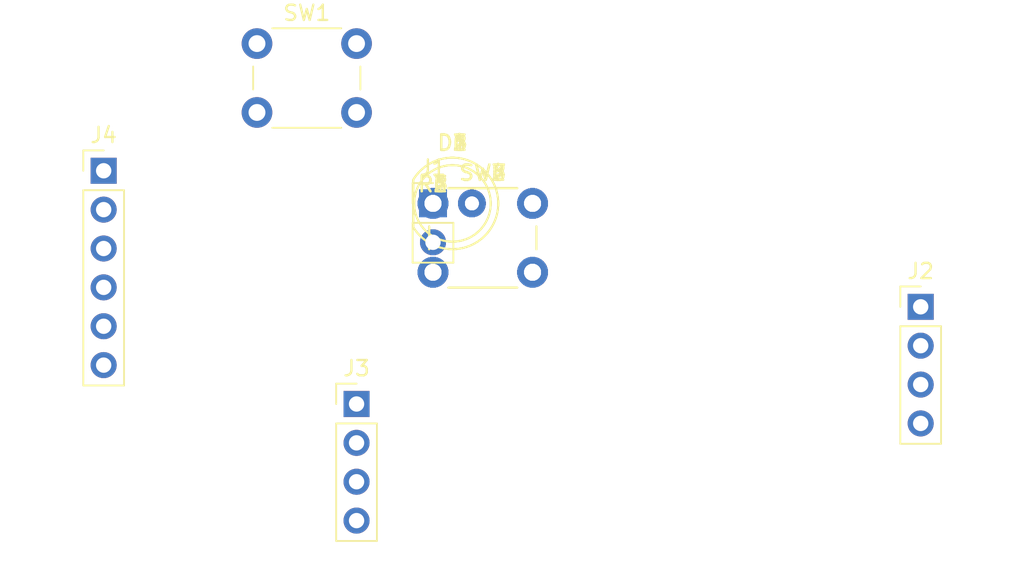
<source format=kicad_pcb>
(kicad_pcb (version 4) (host pcbnew 4.0.7)

  (general
    (links 50)
    (no_connects 27)
    (area 0 0 0 0)
    (thickness 1.6)
    (drawings 0)
    (tracks 0)
    (zones 0)
    (modules 24)
    (nets 23)
  )

  (page A4)
  (layers
    (0 F.Cu signal)
    (31 B.Cu signal)
    (32 B.Adhes user)
    (33 F.Adhes user)
    (34 B.Paste user)
    (35 F.Paste user)
    (36 B.SilkS user)
    (37 F.SilkS user)
    (38 B.Mask user)
    (39 F.Mask user)
    (40 Dwgs.User user)
    (41 Cmts.User user)
    (42 Eco1.User user)
    (43 Eco2.User user)
    (44 Edge.Cuts user)
    (45 Margin user)
    (46 B.CrtYd user)
    (47 F.CrtYd user)
    (48 B.Fab user)
    (49 F.Fab user)
  )

  (setup
    (last_trace_width 0.25)
    (trace_clearance 0.2)
    (zone_clearance 0.508)
    (zone_45_only no)
    (trace_min 0.2)
    (segment_width 0.2)
    (edge_width 0.15)
    (via_size 0.6)
    (via_drill 0.4)
    (via_min_size 0.4)
    (via_min_drill 0.3)
    (uvia_size 0.3)
    (uvia_drill 0.1)
    (uvias_allowed no)
    (uvia_min_size 0.2)
    (uvia_min_drill 0.1)
    (pcb_text_width 0.3)
    (pcb_text_size 1.5 1.5)
    (mod_edge_width 0.15)
    (mod_text_size 1 1)
    (mod_text_width 0.15)
    (pad_size 1.524 1.524)
    (pad_drill 0.762)
    (pad_to_mask_clearance 0.2)
    (aux_axis_origin 0 0)
    (visible_elements FFFFFF7F)
    (pcbplotparams
      (layerselection 0x00030_80000001)
      (usegerberextensions false)
      (excludeedgelayer true)
      (linewidth 0.100000)
      (plotframeref false)
      (viasonmask false)
      (mode 1)
      (useauxorigin false)
      (hpglpennumber 1)
      (hpglpenspeed 20)
      (hpglpendiameter 15)
      (hpglpenoverlay 2)
      (psnegative false)
      (psa4output false)
      (plotreference true)
      (plotvalue true)
      (plotinvisibletext false)
      (padsonsilk false)
      (subtractmaskfromsilk false)
      (outputformat 1)
      (mirror false)
      (drillshape 1)
      (scaleselection 1)
      (outputdirectory ""))
  )

  (net 0 "")
  (net 1 "Net-(D1-Pad1)")
  (net 2 "Net-(D1-Pad2)")
  (net 3 "Net-(D2-Pad2)")
  (net 4 "Net-(D3-Pad2)")
  (net 5 "Net-(D4-Pad1)")
  (net 6 "Net-(D4-Pad2)")
  (net 7 "Net-(D5-Pad1)")
  (net 8 "Net-(D6-Pad1)")
  (net 9 "Net-(J2-Pad1)")
  (net 10 "Net-(J2-Pad2)")
  (net 11 "Net-(J2-Pad3)")
  (net 12 "Net-(J2-Pad4)")
  (net 13 "Net-(J3-Pad1)")
  (net 14 "Net-(J3-Pad2)")
  (net 15 "Net-(J3-Pad3)")
  (net 16 "Net-(J3-Pad4)")
  (net 17 "Net-(J4-Pad1)")
  (net 18 "Net-(J4-Pad2)")
  (net 19 "Net-(J4-Pad3)")
  (net 20 "Net-(J4-Pad4)")
  (net 21 "Net-(J4-Pad5)")
  (net 22 "Net-(J4-Pad6)")

  (net_class Default 这是默认网络组.
    (clearance 0.2)
    (trace_width 0.25)
    (via_dia 0.6)
    (via_drill 0.4)
    (uvia_dia 0.3)
    (uvia_drill 0.1)
    (add_net "Net-(D1-Pad1)")
    (add_net "Net-(D1-Pad2)")
    (add_net "Net-(D2-Pad2)")
    (add_net "Net-(D3-Pad2)")
    (add_net "Net-(D4-Pad1)")
    (add_net "Net-(D4-Pad2)")
    (add_net "Net-(D5-Pad1)")
    (add_net "Net-(D6-Pad1)")
    (add_net "Net-(J2-Pad1)")
    (add_net "Net-(J2-Pad2)")
    (add_net "Net-(J2-Pad3)")
    (add_net "Net-(J2-Pad4)")
    (add_net "Net-(J3-Pad1)")
    (add_net "Net-(J3-Pad2)")
    (add_net "Net-(J3-Pad3)")
    (add_net "Net-(J3-Pad4)")
    (add_net "Net-(J4-Pad1)")
    (add_net "Net-(J4-Pad2)")
    (add_net "Net-(J4-Pad3)")
    (add_net "Net-(J4-Pad4)")
    (add_net "Net-(J4-Pad5)")
    (add_net "Net-(J4-Pad6)")
  )

  (module LEDs:LED_D5.0mm (layer F.Cu) (tedit 5995936A) (tstamp 59D3B713)
    (at 148.5011 105.0036)
    (descr "LED, diameter 5.0mm, 2 pins, http://cdn-reichelt.de/documents/datenblatt/A500/LL-504BC2E-009.pdf")
    (tags "LED diameter 5.0mm 2 pins")
    (path /59D3AE6F)
    (fp_text reference D1 (at 1.27 -3.96) (layer F.SilkS)
      (effects (font (size 1 1) (thickness 0.15)))
    )
    (fp_text value LED (at 1.27 3.96) (layer F.Fab)
      (effects (font (size 1 1) (thickness 0.15)))
    )
    (fp_arc (start 1.27 0) (end -1.23 -1.469694) (angle 299.1) (layer F.Fab) (width 0.1))
    (fp_arc (start 1.27 0) (end -1.29 -1.54483) (angle 148.9) (layer F.SilkS) (width 0.12))
    (fp_arc (start 1.27 0) (end -1.29 1.54483) (angle -148.9) (layer F.SilkS) (width 0.12))
    (fp_circle (center 1.27 0) (end 3.77 0) (layer F.Fab) (width 0.1))
    (fp_circle (center 1.27 0) (end 3.77 0) (layer F.SilkS) (width 0.12))
    (fp_line (start -1.23 -1.469694) (end -1.23 1.469694) (layer F.Fab) (width 0.1))
    (fp_line (start -1.29 -1.545) (end -1.29 1.545) (layer F.SilkS) (width 0.12))
    (fp_line (start -1.95 -3.25) (end -1.95 3.25) (layer F.CrtYd) (width 0.05))
    (fp_line (start -1.95 3.25) (end 4.5 3.25) (layer F.CrtYd) (width 0.05))
    (fp_line (start 4.5 3.25) (end 4.5 -3.25) (layer F.CrtYd) (width 0.05))
    (fp_line (start 4.5 -3.25) (end -1.95 -3.25) (layer F.CrtYd) (width 0.05))
    (fp_text user %R (at 1.25 0) (layer F.Fab)
      (effects (font (size 0.8 0.8) (thickness 0.2)))
    )
    (pad 1 thru_hole rect (at 0 0) (size 1.8 1.8) (drill 0.9) (layers *.Cu *.Mask)
      (net 1 "Net-(D1-Pad1)"))
    (pad 2 thru_hole circle (at 2.54 0) (size 1.8 1.8) (drill 0.9) (layers *.Cu *.Mask)
      (net 2 "Net-(D1-Pad2)"))
    (model ${KISYS3DMOD}/LEDs.3dshapes/LED_D5.0mm.wrl
      (at (xyz 0 0 0))
      (scale (xyz 0.393701 0.393701 0.393701))
      (rotate (xyz 0 0 0))
    )
  )

  (module LEDs:LED_D5.0mm (layer F.Cu) (tedit 5995936A) (tstamp 59D3B719)
    (at 148.5011 105.0036)
    (descr "LED, diameter 5.0mm, 2 pins, http://cdn-reichelt.de/documents/datenblatt/A500/LL-504BC2E-009.pdf")
    (tags "LED diameter 5.0mm 2 pins")
    (path /59D3AED3)
    (fp_text reference D2 (at 1.27 -3.96) (layer F.SilkS)
      (effects (font (size 1 1) (thickness 0.15)))
    )
    (fp_text value LED (at 1.27 3.96) (layer F.Fab)
      (effects (font (size 1 1) (thickness 0.15)))
    )
    (fp_arc (start 1.27 0) (end -1.23 -1.469694) (angle 299.1) (layer F.Fab) (width 0.1))
    (fp_arc (start 1.27 0) (end -1.29 -1.54483) (angle 148.9) (layer F.SilkS) (width 0.12))
    (fp_arc (start 1.27 0) (end -1.29 1.54483) (angle -148.9) (layer F.SilkS) (width 0.12))
    (fp_circle (center 1.27 0) (end 3.77 0) (layer F.Fab) (width 0.1))
    (fp_circle (center 1.27 0) (end 3.77 0) (layer F.SilkS) (width 0.12))
    (fp_line (start -1.23 -1.469694) (end -1.23 1.469694) (layer F.Fab) (width 0.1))
    (fp_line (start -1.29 -1.545) (end -1.29 1.545) (layer F.SilkS) (width 0.12))
    (fp_line (start -1.95 -3.25) (end -1.95 3.25) (layer F.CrtYd) (width 0.05))
    (fp_line (start -1.95 3.25) (end 4.5 3.25) (layer F.CrtYd) (width 0.05))
    (fp_line (start 4.5 3.25) (end 4.5 -3.25) (layer F.CrtYd) (width 0.05))
    (fp_line (start 4.5 -3.25) (end -1.95 -3.25) (layer F.CrtYd) (width 0.05))
    (fp_text user %R (at 1.25 0) (layer F.Fab)
      (effects (font (size 0.8 0.8) (thickness 0.2)))
    )
    (pad 1 thru_hole rect (at 0 0) (size 1.8 1.8) (drill 0.9) (layers *.Cu *.Mask)
      (net 1 "Net-(D1-Pad1)"))
    (pad 2 thru_hole circle (at 2.54 0) (size 1.8 1.8) (drill 0.9) (layers *.Cu *.Mask)
      (net 3 "Net-(D2-Pad2)"))
    (model ${KISYS3DMOD}/LEDs.3dshapes/LED_D5.0mm.wrl
      (at (xyz 0 0 0))
      (scale (xyz 0.393701 0.393701 0.393701))
      (rotate (xyz 0 0 0))
    )
  )

  (module LEDs:LED_D5.0mm (layer F.Cu) (tedit 5995936A) (tstamp 59D3B71F)
    (at 148.5011 105.0036)
    (descr "LED, diameter 5.0mm, 2 pins, http://cdn-reichelt.de/documents/datenblatt/A500/LL-504BC2E-009.pdf")
    (tags "LED diameter 5.0mm 2 pins")
    (path /59D3AF4B)
    (fp_text reference D3 (at 1.27 -3.96) (layer F.SilkS)
      (effects (font (size 1 1) (thickness 0.15)))
    )
    (fp_text value LED (at 1.27 3.96) (layer F.Fab)
      (effects (font (size 1 1) (thickness 0.15)))
    )
    (fp_arc (start 1.27 0) (end -1.23 -1.469694) (angle 299.1) (layer F.Fab) (width 0.1))
    (fp_arc (start 1.27 0) (end -1.29 -1.54483) (angle 148.9) (layer F.SilkS) (width 0.12))
    (fp_arc (start 1.27 0) (end -1.29 1.54483) (angle -148.9) (layer F.SilkS) (width 0.12))
    (fp_circle (center 1.27 0) (end 3.77 0) (layer F.Fab) (width 0.1))
    (fp_circle (center 1.27 0) (end 3.77 0) (layer F.SilkS) (width 0.12))
    (fp_line (start -1.23 -1.469694) (end -1.23 1.469694) (layer F.Fab) (width 0.1))
    (fp_line (start -1.29 -1.545) (end -1.29 1.545) (layer F.SilkS) (width 0.12))
    (fp_line (start -1.95 -3.25) (end -1.95 3.25) (layer F.CrtYd) (width 0.05))
    (fp_line (start -1.95 3.25) (end 4.5 3.25) (layer F.CrtYd) (width 0.05))
    (fp_line (start 4.5 3.25) (end 4.5 -3.25) (layer F.CrtYd) (width 0.05))
    (fp_line (start 4.5 -3.25) (end -1.95 -3.25) (layer F.CrtYd) (width 0.05))
    (fp_text user %R (at 1.25 0) (layer F.Fab)
      (effects (font (size 0.8 0.8) (thickness 0.2)))
    )
    (pad 1 thru_hole rect (at 0 0) (size 1.8 1.8) (drill 0.9) (layers *.Cu *.Mask)
      (net 1 "Net-(D1-Pad1)"))
    (pad 2 thru_hole circle (at 2.54 0) (size 1.8 1.8) (drill 0.9) (layers *.Cu *.Mask)
      (net 4 "Net-(D3-Pad2)"))
    (model ${KISYS3DMOD}/LEDs.3dshapes/LED_D5.0mm.wrl
      (at (xyz 0 0 0))
      (scale (xyz 0.393701 0.393701 0.393701))
      (rotate (xyz 0 0 0))
    )
  )

  (module LEDs:LED_D5.0mm (layer F.Cu) (tedit 5995936A) (tstamp 59D3B725)
    (at 148.5011 105.0036)
    (descr "LED, diameter 5.0mm, 2 pins, http://cdn-reichelt.de/documents/datenblatt/A500/LL-504BC2E-009.pdf")
    (tags "LED diameter 5.0mm 2 pins")
    (path /59D3AF96)
    (fp_text reference D4 (at 1.27 -3.96) (layer F.SilkS)
      (effects (font (size 1 1) (thickness 0.15)))
    )
    (fp_text value LED (at 1.27 3.96) (layer F.Fab)
      (effects (font (size 1 1) (thickness 0.15)))
    )
    (fp_arc (start 1.27 0) (end -1.23 -1.469694) (angle 299.1) (layer F.Fab) (width 0.1))
    (fp_arc (start 1.27 0) (end -1.29 -1.54483) (angle 148.9) (layer F.SilkS) (width 0.12))
    (fp_arc (start 1.27 0) (end -1.29 1.54483) (angle -148.9) (layer F.SilkS) (width 0.12))
    (fp_circle (center 1.27 0) (end 3.77 0) (layer F.Fab) (width 0.1))
    (fp_circle (center 1.27 0) (end 3.77 0) (layer F.SilkS) (width 0.12))
    (fp_line (start -1.23 -1.469694) (end -1.23 1.469694) (layer F.Fab) (width 0.1))
    (fp_line (start -1.29 -1.545) (end -1.29 1.545) (layer F.SilkS) (width 0.12))
    (fp_line (start -1.95 -3.25) (end -1.95 3.25) (layer F.CrtYd) (width 0.05))
    (fp_line (start -1.95 3.25) (end 4.5 3.25) (layer F.CrtYd) (width 0.05))
    (fp_line (start 4.5 3.25) (end 4.5 -3.25) (layer F.CrtYd) (width 0.05))
    (fp_line (start 4.5 -3.25) (end -1.95 -3.25) (layer F.CrtYd) (width 0.05))
    (fp_text user %R (at 1.25 0) (layer F.Fab)
      (effects (font (size 0.8 0.8) (thickness 0.2)))
    )
    (pad 1 thru_hole rect (at 0 0) (size 1.8 1.8) (drill 0.9) (layers *.Cu *.Mask)
      (net 5 "Net-(D4-Pad1)"))
    (pad 2 thru_hole circle (at 2.54 0) (size 1.8 1.8) (drill 0.9) (layers *.Cu *.Mask)
      (net 6 "Net-(D4-Pad2)"))
    (model ${KISYS3DMOD}/LEDs.3dshapes/LED_D5.0mm.wrl
      (at (xyz 0 0 0))
      (scale (xyz 0.393701 0.393701 0.393701))
      (rotate (xyz 0 0 0))
    )
  )

  (module LEDs:LED_D5.0mm (layer F.Cu) (tedit 5995936A) (tstamp 59D3B72B)
    (at 148.5011 105.0036)
    (descr "LED, diameter 5.0mm, 2 pins, http://cdn-reichelt.de/documents/datenblatt/A500/LL-504BC2E-009.pdf")
    (tags "LED diameter 5.0mm 2 pins")
    (path /59D3AFEE)
    (fp_text reference D5 (at 1.27 -3.96) (layer F.SilkS)
      (effects (font (size 1 1) (thickness 0.15)))
    )
    (fp_text value LED (at 1.27 3.96) (layer F.Fab)
      (effects (font (size 1 1) (thickness 0.15)))
    )
    (fp_arc (start 1.27 0) (end -1.23 -1.469694) (angle 299.1) (layer F.Fab) (width 0.1))
    (fp_arc (start 1.27 0) (end -1.29 -1.54483) (angle 148.9) (layer F.SilkS) (width 0.12))
    (fp_arc (start 1.27 0) (end -1.29 1.54483) (angle -148.9) (layer F.SilkS) (width 0.12))
    (fp_circle (center 1.27 0) (end 3.77 0) (layer F.Fab) (width 0.1))
    (fp_circle (center 1.27 0) (end 3.77 0) (layer F.SilkS) (width 0.12))
    (fp_line (start -1.23 -1.469694) (end -1.23 1.469694) (layer F.Fab) (width 0.1))
    (fp_line (start -1.29 -1.545) (end -1.29 1.545) (layer F.SilkS) (width 0.12))
    (fp_line (start -1.95 -3.25) (end -1.95 3.25) (layer F.CrtYd) (width 0.05))
    (fp_line (start -1.95 3.25) (end 4.5 3.25) (layer F.CrtYd) (width 0.05))
    (fp_line (start 4.5 3.25) (end 4.5 -3.25) (layer F.CrtYd) (width 0.05))
    (fp_line (start 4.5 -3.25) (end -1.95 -3.25) (layer F.CrtYd) (width 0.05))
    (fp_text user %R (at 1.25 0) (layer F.Fab)
      (effects (font (size 0.8 0.8) (thickness 0.2)))
    )
    (pad 1 thru_hole rect (at 0 0) (size 1.8 1.8) (drill 0.9) (layers *.Cu *.Mask)
      (net 7 "Net-(D5-Pad1)"))
    (pad 2 thru_hole circle (at 2.54 0) (size 1.8 1.8) (drill 0.9) (layers *.Cu *.Mask)
      (net 6 "Net-(D4-Pad2)"))
    (model ${KISYS3DMOD}/LEDs.3dshapes/LED_D5.0mm.wrl
      (at (xyz 0 0 0))
      (scale (xyz 0.393701 0.393701 0.393701))
      (rotate (xyz 0 0 0))
    )
  )

  (module LEDs:LED_D5.0mm (layer F.Cu) (tedit 5995936A) (tstamp 59D3B731)
    (at 148.5011 105.0036)
    (descr "LED, diameter 5.0mm, 2 pins, http://cdn-reichelt.de/documents/datenblatt/A500/LL-504BC2E-009.pdf")
    (tags "LED diameter 5.0mm 2 pins")
    (path /59D3B049)
    (fp_text reference D6 (at 1.27 -3.96) (layer F.SilkS)
      (effects (font (size 1 1) (thickness 0.15)))
    )
    (fp_text value LED (at 1.27 3.96) (layer F.Fab)
      (effects (font (size 1 1) (thickness 0.15)))
    )
    (fp_arc (start 1.27 0) (end -1.23 -1.469694) (angle 299.1) (layer F.Fab) (width 0.1))
    (fp_arc (start 1.27 0) (end -1.29 -1.54483) (angle 148.9) (layer F.SilkS) (width 0.12))
    (fp_arc (start 1.27 0) (end -1.29 1.54483) (angle -148.9) (layer F.SilkS) (width 0.12))
    (fp_circle (center 1.27 0) (end 3.77 0) (layer F.Fab) (width 0.1))
    (fp_circle (center 1.27 0) (end 3.77 0) (layer F.SilkS) (width 0.12))
    (fp_line (start -1.23 -1.469694) (end -1.23 1.469694) (layer F.Fab) (width 0.1))
    (fp_line (start -1.29 -1.545) (end -1.29 1.545) (layer F.SilkS) (width 0.12))
    (fp_line (start -1.95 -3.25) (end -1.95 3.25) (layer F.CrtYd) (width 0.05))
    (fp_line (start -1.95 3.25) (end 4.5 3.25) (layer F.CrtYd) (width 0.05))
    (fp_line (start 4.5 3.25) (end 4.5 -3.25) (layer F.CrtYd) (width 0.05))
    (fp_line (start 4.5 -3.25) (end -1.95 -3.25) (layer F.CrtYd) (width 0.05))
    (fp_text user %R (at 1.25 0) (layer F.Fab)
      (effects (font (size 0.8 0.8) (thickness 0.2)))
    )
    (pad 1 thru_hole rect (at 0 0) (size 1.8 1.8) (drill 0.9) (layers *.Cu *.Mask)
      (net 8 "Net-(D6-Pad1)"))
    (pad 2 thru_hole circle (at 2.54 0) (size 1.8 1.8) (drill 0.9) (layers *.Cu *.Mask)
      (net 6 "Net-(D4-Pad2)"))
    (model ${KISYS3DMOD}/LEDs.3dshapes/LED_D5.0mm.wrl
      (at (xyz 0 0 0))
      (scale (xyz 0.393701 0.393701 0.393701))
      (rotate (xyz 0 0 0))
    )
  )

  (module obj-89:Pin_Header_Straight_1x02_Pitch2.54mm (layer F.Cu) (tedit 59D3B528) (tstamp 59D3B737)
    (at 148.5011 105.0036)
    (descr "Through hole straight pin header, 1x02, 2.54mm pitch, single row")
    (tags "Through hole pin header THT 1x02 2.54mm single row")
    (path /59D3C79F)
    (fp_text reference J1 (at 0 -2.33) (layer F.SilkS)
      (effects (font (size 1 1) (thickness 0.15)))
    )
    (fp_text value Power (at 0 4.87) (layer F.Fab)
      (effects (font (size 1 1) (thickness 0.15)))
    )
    (fp_line (start -0.635 -1.27) (end 1.27 -1.27) (layer F.Fab) (width 0.1))
    (fp_line (start 1.27 -1.27) (end 1.27 3.81) (layer F.Fab) (width 0.1))
    (fp_line (start 1.27 3.81) (end -1.27 3.81) (layer F.Fab) (width 0.1))
    (fp_line (start -1.27 3.81) (end -1.27 -0.635) (layer F.Fab) (width 0.1))
    (fp_line (start -1.27 -0.635) (end -0.635 -1.27) (layer F.Fab) (width 0.1))
    (fp_line (start -1.33 3.87) (end 1.33 3.87) (layer F.SilkS) (width 0.12))
    (fp_line (start -1.33 1.27) (end -1.33 3.87) (layer F.SilkS) (width 0.12))
    (fp_line (start 1.33 1.27) (end 1.33 3.87) (layer F.SilkS) (width 0.12))
    (fp_line (start -1.33 1.27) (end 1.33 1.27) (layer F.SilkS) (width 0.12))
    (fp_line (start -1.33 0) (end -1.33 -1.33) (layer F.SilkS) (width 0.12))
    (fp_line (start -1.33 -1.33) (end 0 -1.33) (layer F.SilkS) (width 0.12))
    (fp_line (start -1.8 -1.8) (end -1.8 4.35) (layer F.CrtYd) (width 0.05))
    (fp_line (start -1.8 4.35) (end 1.8 4.35) (layer F.CrtYd) (width 0.05))
    (fp_line (start 1.8 4.35) (end 1.8 -1.8) (layer F.CrtYd) (width 0.05))
    (fp_line (start 1.8 -1.8) (end -1.8 -1.8) (layer F.CrtYd) (width 0.05))
    (fp_text user %R (at 0 1.27 90) (layer F.Fab)
      (effects (font (size 1 1) (thickness 0.15)))
    )
    (pad + thru_hole rect (at 0 0) (size 1.7 1.7) (drill 1) (layers *.Cu *.Mask)
      (net 6 "Net-(D4-Pad2)"))
    (pad - thru_hole oval (at 0 2.54) (size 1.7 1.7) (drill 1) (layers *.Cu *.Mask)
      (net 1 "Net-(D1-Pad1)"))
    (model ${KISYS3DMOD}/Pin_Headers.3dshapes/Pin_Header_Straight_1x02_Pitch2.54mm.wrl
      (at (xyz 0 0 0))
      (scale (xyz 1 1 1))
      (rotate (xyz 0 0 0))
    )
  )

  (module Pin_Headers:Pin_Header_Straight_1x04_Pitch2.54mm (layer F.Cu) (tedit 59650532) (tstamp 59D3B73F)
    (at 180.34 111.76)
    (descr "Through hole straight pin header, 1x04, 2.54mm pitch, single row")
    (tags "Through hole pin header THT 1x04 2.54mm single row")
    (path /59D3FAC4)
    (fp_text reference J2 (at 0 -2.33) (layer F.SilkS)
      (effects (font (size 1 1) (thickness 0.15)))
    )
    (fp_text value Conn_01x04_Male (at 0 9.95) (layer F.Fab)
      (effects (font (size 1 1) (thickness 0.15)))
    )
    (fp_line (start -0.635 -1.27) (end 1.27 -1.27) (layer F.Fab) (width 0.1))
    (fp_line (start 1.27 -1.27) (end 1.27 8.89) (layer F.Fab) (width 0.1))
    (fp_line (start 1.27 8.89) (end -1.27 8.89) (layer F.Fab) (width 0.1))
    (fp_line (start -1.27 8.89) (end -1.27 -0.635) (layer F.Fab) (width 0.1))
    (fp_line (start -1.27 -0.635) (end -0.635 -1.27) (layer F.Fab) (width 0.1))
    (fp_line (start -1.33 8.95) (end 1.33 8.95) (layer F.SilkS) (width 0.12))
    (fp_line (start -1.33 1.27) (end -1.33 8.95) (layer F.SilkS) (width 0.12))
    (fp_line (start 1.33 1.27) (end 1.33 8.95) (layer F.SilkS) (width 0.12))
    (fp_line (start -1.33 1.27) (end 1.33 1.27) (layer F.SilkS) (width 0.12))
    (fp_line (start -1.33 0) (end -1.33 -1.33) (layer F.SilkS) (width 0.12))
    (fp_line (start -1.33 -1.33) (end 0 -1.33) (layer F.SilkS) (width 0.12))
    (fp_line (start -1.8 -1.8) (end -1.8 9.4) (layer F.CrtYd) (width 0.05))
    (fp_line (start -1.8 9.4) (end 1.8 9.4) (layer F.CrtYd) (width 0.05))
    (fp_line (start 1.8 9.4) (end 1.8 -1.8) (layer F.CrtYd) (width 0.05))
    (fp_line (start 1.8 -1.8) (end -1.8 -1.8) (layer F.CrtYd) (width 0.05))
    (fp_text user %R (at 0 3.81 90) (layer F.Fab)
      (effects (font (size 1 1) (thickness 0.15)))
    )
    (pad 1 thru_hole rect (at 0 0) (size 1.7 1.7) (drill 1) (layers *.Cu *.Mask)
      (net 9 "Net-(J2-Pad1)"))
    (pad 2 thru_hole oval (at 0 2.54) (size 1.7 1.7) (drill 1) (layers *.Cu *.Mask)
      (net 10 "Net-(J2-Pad2)"))
    (pad 3 thru_hole oval (at 0 5.08) (size 1.7 1.7) (drill 1) (layers *.Cu *.Mask)
      (net 11 "Net-(J2-Pad3)"))
    (pad 4 thru_hole oval (at 0 7.62) (size 1.7 1.7) (drill 1) (layers *.Cu *.Mask)
      (net 12 "Net-(J2-Pad4)"))
    (model ${KISYS3DMOD}/Pin_Headers.3dshapes/Pin_Header_Straight_1x04_Pitch2.54mm.wrl
      (at (xyz 0 0 0))
      (scale (xyz 1 1 1))
      (rotate (xyz 0 0 0))
    )
  )

  (module Pin_Headers:Pin_Header_Straight_1x04_Pitch2.54mm (layer F.Cu) (tedit 59650532) (tstamp 59D3B747)
    (at 143.51 118.11)
    (descr "Through hole straight pin header, 1x04, 2.54mm pitch, single row")
    (tags "Through hole pin header THT 1x04 2.54mm single row")
    (path /59D3FB4D)
    (fp_text reference J3 (at 0 -2.33) (layer F.SilkS)
      (effects (font (size 1 1) (thickness 0.15)))
    )
    (fp_text value Conn_01x04_Male (at 0 9.95) (layer F.Fab)
      (effects (font (size 1 1) (thickness 0.15)))
    )
    (fp_line (start -0.635 -1.27) (end 1.27 -1.27) (layer F.Fab) (width 0.1))
    (fp_line (start 1.27 -1.27) (end 1.27 8.89) (layer F.Fab) (width 0.1))
    (fp_line (start 1.27 8.89) (end -1.27 8.89) (layer F.Fab) (width 0.1))
    (fp_line (start -1.27 8.89) (end -1.27 -0.635) (layer F.Fab) (width 0.1))
    (fp_line (start -1.27 -0.635) (end -0.635 -1.27) (layer F.Fab) (width 0.1))
    (fp_line (start -1.33 8.95) (end 1.33 8.95) (layer F.SilkS) (width 0.12))
    (fp_line (start -1.33 1.27) (end -1.33 8.95) (layer F.SilkS) (width 0.12))
    (fp_line (start 1.33 1.27) (end 1.33 8.95) (layer F.SilkS) (width 0.12))
    (fp_line (start -1.33 1.27) (end 1.33 1.27) (layer F.SilkS) (width 0.12))
    (fp_line (start -1.33 0) (end -1.33 -1.33) (layer F.SilkS) (width 0.12))
    (fp_line (start -1.33 -1.33) (end 0 -1.33) (layer F.SilkS) (width 0.12))
    (fp_line (start -1.8 -1.8) (end -1.8 9.4) (layer F.CrtYd) (width 0.05))
    (fp_line (start -1.8 9.4) (end 1.8 9.4) (layer F.CrtYd) (width 0.05))
    (fp_line (start 1.8 9.4) (end 1.8 -1.8) (layer F.CrtYd) (width 0.05))
    (fp_line (start 1.8 -1.8) (end -1.8 -1.8) (layer F.CrtYd) (width 0.05))
    (fp_text user %R (at 0 3.81 90) (layer F.Fab)
      (effects (font (size 1 1) (thickness 0.15)))
    )
    (pad 1 thru_hole rect (at 0 0) (size 1.7 1.7) (drill 1) (layers *.Cu *.Mask)
      (net 13 "Net-(J3-Pad1)"))
    (pad 2 thru_hole oval (at 0 2.54) (size 1.7 1.7) (drill 1) (layers *.Cu *.Mask)
      (net 14 "Net-(J3-Pad2)"))
    (pad 3 thru_hole oval (at 0 5.08) (size 1.7 1.7) (drill 1) (layers *.Cu *.Mask)
      (net 15 "Net-(J3-Pad3)"))
    (pad 4 thru_hole oval (at 0 7.62) (size 1.7 1.7) (drill 1) (layers *.Cu *.Mask)
      (net 16 "Net-(J3-Pad4)"))
    (model ${KISYS3DMOD}/Pin_Headers.3dshapes/Pin_Header_Straight_1x04_Pitch2.54mm.wrl
      (at (xyz 0 0 0))
      (scale (xyz 1 1 1))
      (rotate (xyz 0 0 0))
    )
  )

  (module Pin_Headers:Pin_Header_Straight_1x06_Pitch2.54mm (layer F.Cu) (tedit 59650532) (tstamp 59D3B751)
    (at 127 102.87)
    (descr "Through hole straight pin header, 1x06, 2.54mm pitch, single row")
    (tags "Through hole pin header THT 1x06 2.54mm single row")
    (path /59D3FBFF)
    (fp_text reference J4 (at 0 -2.33) (layer F.SilkS)
      (effects (font (size 1 1) (thickness 0.15)))
    )
    (fp_text value Conn_01x06_Male (at 0 15.03) (layer F.Fab)
      (effects (font (size 1 1) (thickness 0.15)))
    )
    (fp_line (start -0.635 -1.27) (end 1.27 -1.27) (layer F.Fab) (width 0.1))
    (fp_line (start 1.27 -1.27) (end 1.27 13.97) (layer F.Fab) (width 0.1))
    (fp_line (start 1.27 13.97) (end -1.27 13.97) (layer F.Fab) (width 0.1))
    (fp_line (start -1.27 13.97) (end -1.27 -0.635) (layer F.Fab) (width 0.1))
    (fp_line (start -1.27 -0.635) (end -0.635 -1.27) (layer F.Fab) (width 0.1))
    (fp_line (start -1.33 14.03) (end 1.33 14.03) (layer F.SilkS) (width 0.12))
    (fp_line (start -1.33 1.27) (end -1.33 14.03) (layer F.SilkS) (width 0.12))
    (fp_line (start 1.33 1.27) (end 1.33 14.03) (layer F.SilkS) (width 0.12))
    (fp_line (start -1.33 1.27) (end 1.33 1.27) (layer F.SilkS) (width 0.12))
    (fp_line (start -1.33 0) (end -1.33 -1.33) (layer F.SilkS) (width 0.12))
    (fp_line (start -1.33 -1.33) (end 0 -1.33) (layer F.SilkS) (width 0.12))
    (fp_line (start -1.8 -1.8) (end -1.8 14.5) (layer F.CrtYd) (width 0.05))
    (fp_line (start -1.8 14.5) (end 1.8 14.5) (layer F.CrtYd) (width 0.05))
    (fp_line (start 1.8 14.5) (end 1.8 -1.8) (layer F.CrtYd) (width 0.05))
    (fp_line (start 1.8 -1.8) (end -1.8 -1.8) (layer F.CrtYd) (width 0.05))
    (fp_text user %R (at 0 6.35 90) (layer F.Fab)
      (effects (font (size 1 1) (thickness 0.15)))
    )
    (pad 1 thru_hole rect (at 0 0) (size 1.7 1.7) (drill 1) (layers *.Cu *.Mask)
      (net 17 "Net-(J4-Pad1)"))
    (pad 2 thru_hole oval (at 0 2.54) (size 1.7 1.7) (drill 1) (layers *.Cu *.Mask)
      (net 18 "Net-(J4-Pad2)"))
    (pad 3 thru_hole oval (at 0 5.08) (size 1.7 1.7) (drill 1) (layers *.Cu *.Mask)
      (net 19 "Net-(J4-Pad3)"))
    (pad 4 thru_hole oval (at 0 7.62) (size 1.7 1.7) (drill 1) (layers *.Cu *.Mask)
      (net 20 "Net-(J4-Pad4)"))
    (pad 5 thru_hole oval (at 0 10.16) (size 1.7 1.7) (drill 1) (layers *.Cu *.Mask)
      (net 21 "Net-(J4-Pad5)"))
    (pad 6 thru_hole oval (at 0 12.7) (size 1.7 1.7) (drill 1) (layers *.Cu *.Mask)
      (net 22 "Net-(J4-Pad6)"))
    (model ${KISYS3DMOD}/Pin_Headers.3dshapes/Pin_Header_Straight_1x06_Pitch2.54mm.wrl
      (at (xyz 0 0 0))
      (scale (xyz 1 1 1))
      (rotate (xyz 0 0 0))
    )
  )

  (module Resistors_SMD:R_0201 (layer F.Cu) (tedit 58E0A804) (tstamp 59D3B757)
    (at 148.5011 105.0036)
    (descr "Resistor SMD 0201, reflow soldering, Vishay (see crcw0201e3.pdf)")
    (tags "resistor 0201")
    (path /59D3DF84)
    (attr smd)
    (fp_text reference R1 (at 0 -1.25) (layer F.SilkS)
      (effects (font (size 1 1) (thickness 0.15)))
    )
    (fp_text value R220 (at 0 1.3) (layer F.Fab)
      (effects (font (size 1 1) (thickness 0.15)))
    )
    (fp_text user %R (at 0 -1.25) (layer F.Fab)
      (effects (font (size 1 1) (thickness 0.15)))
    )
    (fp_line (start -0.3 0.15) (end -0.3 -0.15) (layer F.Fab) (width 0.1))
    (fp_line (start 0.3 0.15) (end -0.3 0.15) (layer F.Fab) (width 0.1))
    (fp_line (start 0.3 -0.15) (end 0.3 0.15) (layer F.Fab) (width 0.1))
    (fp_line (start -0.3 -0.15) (end 0.3 -0.15) (layer F.Fab) (width 0.1))
    (fp_line (start 0.12 -0.44) (end -0.12 -0.44) (layer F.SilkS) (width 0.12))
    (fp_line (start -0.12 0.44) (end 0.12 0.44) (layer F.SilkS) (width 0.12))
    (fp_line (start -0.55 -0.37) (end 0.55 -0.37) (layer F.CrtYd) (width 0.05))
    (fp_line (start -0.55 -0.37) (end -0.55 0.36) (layer F.CrtYd) (width 0.05))
    (fp_line (start 0.55 0.36) (end 0.55 -0.37) (layer F.CrtYd) (width 0.05))
    (fp_line (start 0.55 0.36) (end -0.55 0.36) (layer F.CrtYd) (width 0.05))
    (pad 1 smd rect (at -0.26 0) (size 0.28 0.43) (layers F.Cu F.Paste F.Mask)
      (net 2 "Net-(D1-Pad2)"))
    (pad 2 smd rect (at 0.26 0) (size 0.28 0.43) (layers F.Cu F.Paste F.Mask)
      (net 17 "Net-(J4-Pad1)"))
    (model ${KISYS3DMOD}/Resistors_SMD.3dshapes/R_0201.wrl
      (at (xyz 0 0 0))
      (scale (xyz 1 1 1))
      (rotate (xyz 0 0 0))
    )
  )

  (module Resistors_SMD:R_0201 (layer F.Cu) (tedit 58E0A804) (tstamp 59D3B75D)
    (at 148.5011 105.0036)
    (descr "Resistor SMD 0201, reflow soldering, Vishay (see crcw0201e3.pdf)")
    (tags "resistor 0201")
    (path /59D3E088)
    (attr smd)
    (fp_text reference R2 (at 0 -1.25) (layer F.SilkS)
      (effects (font (size 1 1) (thickness 0.15)))
    )
    (fp_text value R220 (at 0 1.3) (layer F.Fab)
      (effects (font (size 1 1) (thickness 0.15)))
    )
    (fp_text user %R (at 0 -1.25) (layer F.Fab)
      (effects (font (size 1 1) (thickness 0.15)))
    )
    (fp_line (start -0.3 0.15) (end -0.3 -0.15) (layer F.Fab) (width 0.1))
    (fp_line (start 0.3 0.15) (end -0.3 0.15) (layer F.Fab) (width 0.1))
    (fp_line (start 0.3 -0.15) (end 0.3 0.15) (layer F.Fab) (width 0.1))
    (fp_line (start -0.3 -0.15) (end 0.3 -0.15) (layer F.Fab) (width 0.1))
    (fp_line (start 0.12 -0.44) (end -0.12 -0.44) (layer F.SilkS) (width 0.12))
    (fp_line (start -0.12 0.44) (end 0.12 0.44) (layer F.SilkS) (width 0.12))
    (fp_line (start -0.55 -0.37) (end 0.55 -0.37) (layer F.CrtYd) (width 0.05))
    (fp_line (start -0.55 -0.37) (end -0.55 0.36) (layer F.CrtYd) (width 0.05))
    (fp_line (start 0.55 0.36) (end 0.55 -0.37) (layer F.CrtYd) (width 0.05))
    (fp_line (start 0.55 0.36) (end -0.55 0.36) (layer F.CrtYd) (width 0.05))
    (pad 1 smd rect (at -0.26 0) (size 0.28 0.43) (layers F.Cu F.Paste F.Mask)
      (net 3 "Net-(D2-Pad2)"))
    (pad 2 smd rect (at 0.26 0) (size 0.28 0.43) (layers F.Cu F.Paste F.Mask)
      (net 18 "Net-(J4-Pad2)"))
    (model ${KISYS3DMOD}/Resistors_SMD.3dshapes/R_0201.wrl
      (at (xyz 0 0 0))
      (scale (xyz 1 1 1))
      (rotate (xyz 0 0 0))
    )
  )

  (module Resistors_SMD:R_0201 (layer F.Cu) (tedit 58E0A804) (tstamp 59D3B763)
    (at 148.5011 105.0036)
    (descr "Resistor SMD 0201, reflow soldering, Vishay (see crcw0201e3.pdf)")
    (tags "resistor 0201")
    (path /59D3E0ED)
    (attr smd)
    (fp_text reference R3 (at 0 -1.25) (layer F.SilkS)
      (effects (font (size 1 1) (thickness 0.15)))
    )
    (fp_text value R220 (at 0 1.3) (layer F.Fab)
      (effects (font (size 1 1) (thickness 0.15)))
    )
    (fp_text user %R (at 0 -1.25) (layer F.Fab)
      (effects (font (size 1 1) (thickness 0.15)))
    )
    (fp_line (start -0.3 0.15) (end -0.3 -0.15) (layer F.Fab) (width 0.1))
    (fp_line (start 0.3 0.15) (end -0.3 0.15) (layer F.Fab) (width 0.1))
    (fp_line (start 0.3 -0.15) (end 0.3 0.15) (layer F.Fab) (width 0.1))
    (fp_line (start -0.3 -0.15) (end 0.3 -0.15) (layer F.Fab) (width 0.1))
    (fp_line (start 0.12 -0.44) (end -0.12 -0.44) (layer F.SilkS) (width 0.12))
    (fp_line (start -0.12 0.44) (end 0.12 0.44) (layer F.SilkS) (width 0.12))
    (fp_line (start -0.55 -0.37) (end 0.55 -0.37) (layer F.CrtYd) (width 0.05))
    (fp_line (start -0.55 -0.37) (end -0.55 0.36) (layer F.CrtYd) (width 0.05))
    (fp_line (start 0.55 0.36) (end 0.55 -0.37) (layer F.CrtYd) (width 0.05))
    (fp_line (start 0.55 0.36) (end -0.55 0.36) (layer F.CrtYd) (width 0.05))
    (pad 1 smd rect (at -0.26 0) (size 0.28 0.43) (layers F.Cu F.Paste F.Mask)
      (net 4 "Net-(D3-Pad2)"))
    (pad 2 smd rect (at 0.26 0) (size 0.28 0.43) (layers F.Cu F.Paste F.Mask)
      (net 19 "Net-(J4-Pad3)"))
    (model ${KISYS3DMOD}/Resistors_SMD.3dshapes/R_0201.wrl
      (at (xyz 0 0 0))
      (scale (xyz 1 1 1))
      (rotate (xyz 0 0 0))
    )
  )

  (module Resistors_SMD:R_0201 (layer F.Cu) (tedit 58E0A804) (tstamp 59D3B769)
    (at 148.5011 105.0036)
    (descr "Resistor SMD 0201, reflow soldering, Vishay (see crcw0201e3.pdf)")
    (tags "resistor 0201")
    (path /59D3E31E)
    (attr smd)
    (fp_text reference R4 (at 0 -1.25) (layer F.SilkS)
      (effects (font (size 1 1) (thickness 0.15)))
    )
    (fp_text value R220 (at 0 1.3) (layer F.Fab)
      (effects (font (size 1 1) (thickness 0.15)))
    )
    (fp_text user %R (at 0 -1.25) (layer F.Fab)
      (effects (font (size 1 1) (thickness 0.15)))
    )
    (fp_line (start -0.3 0.15) (end -0.3 -0.15) (layer F.Fab) (width 0.1))
    (fp_line (start 0.3 0.15) (end -0.3 0.15) (layer F.Fab) (width 0.1))
    (fp_line (start 0.3 -0.15) (end 0.3 0.15) (layer F.Fab) (width 0.1))
    (fp_line (start -0.3 -0.15) (end 0.3 -0.15) (layer F.Fab) (width 0.1))
    (fp_line (start 0.12 -0.44) (end -0.12 -0.44) (layer F.SilkS) (width 0.12))
    (fp_line (start -0.12 0.44) (end 0.12 0.44) (layer F.SilkS) (width 0.12))
    (fp_line (start -0.55 -0.37) (end 0.55 -0.37) (layer F.CrtYd) (width 0.05))
    (fp_line (start -0.55 -0.37) (end -0.55 0.36) (layer F.CrtYd) (width 0.05))
    (fp_line (start 0.55 0.36) (end 0.55 -0.37) (layer F.CrtYd) (width 0.05))
    (fp_line (start 0.55 0.36) (end -0.55 0.36) (layer F.CrtYd) (width 0.05))
    (pad 1 smd rect (at -0.26 0) (size 0.28 0.43) (layers F.Cu F.Paste F.Mask)
      (net 5 "Net-(D4-Pad1)"))
    (pad 2 smd rect (at 0.26 0) (size 0.28 0.43) (layers F.Cu F.Paste F.Mask)
      (net 20 "Net-(J4-Pad4)"))
    (model ${KISYS3DMOD}/Resistors_SMD.3dshapes/R_0201.wrl
      (at (xyz 0 0 0))
      (scale (xyz 1 1 1))
      (rotate (xyz 0 0 0))
    )
  )

  (module Resistors_SMD:R_0201 (layer F.Cu) (tedit 58E0A804) (tstamp 59D3B76F)
    (at 148.5011 105.0036)
    (descr "Resistor SMD 0201, reflow soldering, Vishay (see crcw0201e3.pdf)")
    (tags "resistor 0201")
    (path /59D3E324)
    (attr smd)
    (fp_text reference R5 (at 0 -1.25) (layer F.SilkS)
      (effects (font (size 1 1) (thickness 0.15)))
    )
    (fp_text value R220 (at 0 1.3) (layer F.Fab)
      (effects (font (size 1 1) (thickness 0.15)))
    )
    (fp_text user %R (at 0 -1.25) (layer F.Fab)
      (effects (font (size 1 1) (thickness 0.15)))
    )
    (fp_line (start -0.3 0.15) (end -0.3 -0.15) (layer F.Fab) (width 0.1))
    (fp_line (start 0.3 0.15) (end -0.3 0.15) (layer F.Fab) (width 0.1))
    (fp_line (start 0.3 -0.15) (end 0.3 0.15) (layer F.Fab) (width 0.1))
    (fp_line (start -0.3 -0.15) (end 0.3 -0.15) (layer F.Fab) (width 0.1))
    (fp_line (start 0.12 -0.44) (end -0.12 -0.44) (layer F.SilkS) (width 0.12))
    (fp_line (start -0.12 0.44) (end 0.12 0.44) (layer F.SilkS) (width 0.12))
    (fp_line (start -0.55 -0.37) (end 0.55 -0.37) (layer F.CrtYd) (width 0.05))
    (fp_line (start -0.55 -0.37) (end -0.55 0.36) (layer F.CrtYd) (width 0.05))
    (fp_line (start 0.55 0.36) (end 0.55 -0.37) (layer F.CrtYd) (width 0.05))
    (fp_line (start 0.55 0.36) (end -0.55 0.36) (layer F.CrtYd) (width 0.05))
    (pad 1 smd rect (at -0.26 0) (size 0.28 0.43) (layers F.Cu F.Paste F.Mask)
      (net 7 "Net-(D5-Pad1)"))
    (pad 2 smd rect (at 0.26 0) (size 0.28 0.43) (layers F.Cu F.Paste F.Mask)
      (net 21 "Net-(J4-Pad5)"))
    (model ${KISYS3DMOD}/Resistors_SMD.3dshapes/R_0201.wrl
      (at (xyz 0 0 0))
      (scale (xyz 1 1 1))
      (rotate (xyz 0 0 0))
    )
  )

  (module Resistors_SMD:R_0201 (layer F.Cu) (tedit 58E0A804) (tstamp 59D3B775)
    (at 148.5011 105.0036)
    (descr "Resistor SMD 0201, reflow soldering, Vishay (see crcw0201e3.pdf)")
    (tags "resistor 0201")
    (path /59D3E32A)
    (attr smd)
    (fp_text reference R6 (at 0 -1.25) (layer F.SilkS)
      (effects (font (size 1 1) (thickness 0.15)))
    )
    (fp_text value R220 (at 0 1.3) (layer F.Fab)
      (effects (font (size 1 1) (thickness 0.15)))
    )
    (fp_text user %R (at 0 -1.25) (layer F.Fab)
      (effects (font (size 1 1) (thickness 0.15)))
    )
    (fp_line (start -0.3 0.15) (end -0.3 -0.15) (layer F.Fab) (width 0.1))
    (fp_line (start 0.3 0.15) (end -0.3 0.15) (layer F.Fab) (width 0.1))
    (fp_line (start 0.3 -0.15) (end 0.3 0.15) (layer F.Fab) (width 0.1))
    (fp_line (start -0.3 -0.15) (end 0.3 -0.15) (layer F.Fab) (width 0.1))
    (fp_line (start 0.12 -0.44) (end -0.12 -0.44) (layer F.SilkS) (width 0.12))
    (fp_line (start -0.12 0.44) (end 0.12 0.44) (layer F.SilkS) (width 0.12))
    (fp_line (start -0.55 -0.37) (end 0.55 -0.37) (layer F.CrtYd) (width 0.05))
    (fp_line (start -0.55 -0.37) (end -0.55 0.36) (layer F.CrtYd) (width 0.05))
    (fp_line (start 0.55 0.36) (end 0.55 -0.37) (layer F.CrtYd) (width 0.05))
    (fp_line (start 0.55 0.36) (end -0.55 0.36) (layer F.CrtYd) (width 0.05))
    (pad 1 smd rect (at -0.26 0) (size 0.28 0.43) (layers F.Cu F.Paste F.Mask)
      (net 8 "Net-(D6-Pad1)"))
    (pad 2 smd rect (at 0.26 0) (size 0.28 0.43) (layers F.Cu F.Paste F.Mask)
      (net 22 "Net-(J4-Pad6)"))
    (model ${KISYS3DMOD}/Resistors_SMD.3dshapes/R_0201.wrl
      (at (xyz 0 0 0))
      (scale (xyz 1 1 1))
      (rotate (xyz 0 0 0))
    )
  )

  (module Buttons_Switches_THT:SW_PUSH_6mm (layer F.Cu) (tedit 5923F252) (tstamp 59D3B77D)
    (at 137.01 94.56)
    (descr https://www.omron.com/ecb/products/pdf/en-b3f.pdf)
    (tags "tact sw push 6mm")
    (path /59D3A9CB)
    (fp_text reference SW1 (at 3.25 -2) (layer F.SilkS)
      (effects (font (size 1 1) (thickness 0.15)))
    )
    (fp_text value KEY (at 3.75 6.7) (layer F.Fab)
      (effects (font (size 1 1) (thickness 0.15)))
    )
    (fp_text user %R (at 3.25 2.25) (layer F.Fab)
      (effects (font (size 1 1) (thickness 0.15)))
    )
    (fp_line (start 3.25 -0.75) (end 6.25 -0.75) (layer F.Fab) (width 0.1))
    (fp_line (start 6.25 -0.75) (end 6.25 5.25) (layer F.Fab) (width 0.1))
    (fp_line (start 6.25 5.25) (end 0.25 5.25) (layer F.Fab) (width 0.1))
    (fp_line (start 0.25 5.25) (end 0.25 -0.75) (layer F.Fab) (width 0.1))
    (fp_line (start 0.25 -0.75) (end 3.25 -0.75) (layer F.Fab) (width 0.1))
    (fp_line (start 7.75 6) (end 8 6) (layer F.CrtYd) (width 0.05))
    (fp_line (start 8 6) (end 8 5.75) (layer F.CrtYd) (width 0.05))
    (fp_line (start 7.75 -1.5) (end 8 -1.5) (layer F.CrtYd) (width 0.05))
    (fp_line (start 8 -1.5) (end 8 -1.25) (layer F.CrtYd) (width 0.05))
    (fp_line (start -1.5 -1.25) (end -1.5 -1.5) (layer F.CrtYd) (width 0.05))
    (fp_line (start -1.5 -1.5) (end -1.25 -1.5) (layer F.CrtYd) (width 0.05))
    (fp_line (start -1.5 5.75) (end -1.5 6) (layer F.CrtYd) (width 0.05))
    (fp_line (start -1.5 6) (end -1.25 6) (layer F.CrtYd) (width 0.05))
    (fp_line (start -1.25 -1.5) (end 7.75 -1.5) (layer F.CrtYd) (width 0.05))
    (fp_line (start -1.5 5.75) (end -1.5 -1.25) (layer F.CrtYd) (width 0.05))
    (fp_line (start 7.75 6) (end -1.25 6) (layer F.CrtYd) (width 0.05))
    (fp_line (start 8 -1.25) (end 8 5.75) (layer F.CrtYd) (width 0.05))
    (fp_line (start 1 5.5) (end 5.5 5.5) (layer F.SilkS) (width 0.12))
    (fp_line (start -0.25 1.5) (end -0.25 3) (layer F.SilkS) (width 0.12))
    (fp_line (start 5.5 -1) (end 1 -1) (layer F.SilkS) (width 0.12))
    (fp_line (start 6.75 3) (end 6.75 1.5) (layer F.SilkS) (width 0.12))
    (fp_circle (center 3.25 2.25) (end 1.25 2.5) (layer F.Fab) (width 0.1))
    (pad 2 thru_hole circle (at 0 4.5 90) (size 2 2) (drill 1.1) (layers *.Cu *.Mask)
      (net 1 "Net-(D1-Pad1)"))
    (pad 1 thru_hole circle (at 0 0 90) (size 2 2) (drill 1.1) (layers *.Cu *.Mask)
      (net 9 "Net-(J2-Pad1)"))
    (pad 2 thru_hole circle (at 6.5 4.5 90) (size 2 2) (drill 1.1) (layers *.Cu *.Mask)
      (net 1 "Net-(D1-Pad1)"))
    (pad 1 thru_hole circle (at 6.5 0 90) (size 2 2) (drill 1.1) (layers *.Cu *.Mask)
      (net 9 "Net-(J2-Pad1)"))
    (model ${KISYS3DMOD}/Buttons_Switches_THT.3dshapes/SW_PUSH_6mm.wrl
      (at (xyz 0.005 0 0))
      (scale (xyz 0.3937 0.3937 0.3937))
      (rotate (xyz 0 0 0))
    )
  )

  (module Buttons_Switches_THT:SW_PUSH_6mm (layer F.Cu) (tedit 5923F252) (tstamp 59D3B785)
    (at 148.5011 105.0036)
    (descr https://www.omron.com/ecb/products/pdf/en-b3f.pdf)
    (tags "tact sw push 6mm")
    (path /59D3AA12)
    (fp_text reference SW2 (at 3.25 -2) (layer F.SilkS)
      (effects (font (size 1 1) (thickness 0.15)))
    )
    (fp_text value KEY (at 3.75 6.7) (layer F.Fab)
      (effects (font (size 1 1) (thickness 0.15)))
    )
    (fp_text user %R (at 3.25 2.25) (layer F.Fab)
      (effects (font (size 1 1) (thickness 0.15)))
    )
    (fp_line (start 3.25 -0.75) (end 6.25 -0.75) (layer F.Fab) (width 0.1))
    (fp_line (start 6.25 -0.75) (end 6.25 5.25) (layer F.Fab) (width 0.1))
    (fp_line (start 6.25 5.25) (end 0.25 5.25) (layer F.Fab) (width 0.1))
    (fp_line (start 0.25 5.25) (end 0.25 -0.75) (layer F.Fab) (width 0.1))
    (fp_line (start 0.25 -0.75) (end 3.25 -0.75) (layer F.Fab) (width 0.1))
    (fp_line (start 7.75 6) (end 8 6) (layer F.CrtYd) (width 0.05))
    (fp_line (start 8 6) (end 8 5.75) (layer F.CrtYd) (width 0.05))
    (fp_line (start 7.75 -1.5) (end 8 -1.5) (layer F.CrtYd) (width 0.05))
    (fp_line (start 8 -1.5) (end 8 -1.25) (layer F.CrtYd) (width 0.05))
    (fp_line (start -1.5 -1.25) (end -1.5 -1.5) (layer F.CrtYd) (width 0.05))
    (fp_line (start -1.5 -1.5) (end -1.25 -1.5) (layer F.CrtYd) (width 0.05))
    (fp_line (start -1.5 5.75) (end -1.5 6) (layer F.CrtYd) (width 0.05))
    (fp_line (start -1.5 6) (end -1.25 6) (layer F.CrtYd) (width 0.05))
    (fp_line (start -1.25 -1.5) (end 7.75 -1.5) (layer F.CrtYd) (width 0.05))
    (fp_line (start -1.5 5.75) (end -1.5 -1.25) (layer F.CrtYd) (width 0.05))
    (fp_line (start 7.75 6) (end -1.25 6) (layer F.CrtYd) (width 0.05))
    (fp_line (start 8 -1.25) (end 8 5.75) (layer F.CrtYd) (width 0.05))
    (fp_line (start 1 5.5) (end 5.5 5.5) (layer F.SilkS) (width 0.12))
    (fp_line (start -0.25 1.5) (end -0.25 3) (layer F.SilkS) (width 0.12))
    (fp_line (start 5.5 -1) (end 1 -1) (layer F.SilkS) (width 0.12))
    (fp_line (start 6.75 3) (end 6.75 1.5) (layer F.SilkS) (width 0.12))
    (fp_circle (center 3.25 2.25) (end 1.25 2.5) (layer F.Fab) (width 0.1))
    (pad 2 thru_hole circle (at 0 4.5 90) (size 2 2) (drill 1.1) (layers *.Cu *.Mask)
      (net 1 "Net-(D1-Pad1)"))
    (pad 1 thru_hole circle (at 0 0 90) (size 2 2) (drill 1.1) (layers *.Cu *.Mask)
      (net 10 "Net-(J2-Pad2)"))
    (pad 2 thru_hole circle (at 6.5 4.5 90) (size 2 2) (drill 1.1) (layers *.Cu *.Mask)
      (net 1 "Net-(D1-Pad1)"))
    (pad 1 thru_hole circle (at 6.5 0 90) (size 2 2) (drill 1.1) (layers *.Cu *.Mask)
      (net 10 "Net-(J2-Pad2)"))
    (model ${KISYS3DMOD}/Buttons_Switches_THT.3dshapes/SW_PUSH_6mm.wrl
      (at (xyz 0.005 0 0))
      (scale (xyz 0.3937 0.3937 0.3937))
      (rotate (xyz 0 0 0))
    )
  )

  (module Buttons_Switches_THT:SW_PUSH_6mm (layer F.Cu) (tedit 5923F252) (tstamp 59D3B78D)
    (at 148.5011 105.0036)
    (descr https://www.omron.com/ecb/products/pdf/en-b3f.pdf)
    (tags "tact sw push 6mm")
    (path /59D3AA72)
    (fp_text reference SW3 (at 3.25 -2) (layer F.SilkS)
      (effects (font (size 1 1) (thickness 0.15)))
    )
    (fp_text value KEY (at 3.75 6.7) (layer F.Fab)
      (effects (font (size 1 1) (thickness 0.15)))
    )
    (fp_text user %R (at 3.25 2.25) (layer F.Fab)
      (effects (font (size 1 1) (thickness 0.15)))
    )
    (fp_line (start 3.25 -0.75) (end 6.25 -0.75) (layer F.Fab) (width 0.1))
    (fp_line (start 6.25 -0.75) (end 6.25 5.25) (layer F.Fab) (width 0.1))
    (fp_line (start 6.25 5.25) (end 0.25 5.25) (layer F.Fab) (width 0.1))
    (fp_line (start 0.25 5.25) (end 0.25 -0.75) (layer F.Fab) (width 0.1))
    (fp_line (start 0.25 -0.75) (end 3.25 -0.75) (layer F.Fab) (width 0.1))
    (fp_line (start 7.75 6) (end 8 6) (layer F.CrtYd) (width 0.05))
    (fp_line (start 8 6) (end 8 5.75) (layer F.CrtYd) (width 0.05))
    (fp_line (start 7.75 -1.5) (end 8 -1.5) (layer F.CrtYd) (width 0.05))
    (fp_line (start 8 -1.5) (end 8 -1.25) (layer F.CrtYd) (width 0.05))
    (fp_line (start -1.5 -1.25) (end -1.5 -1.5) (layer F.CrtYd) (width 0.05))
    (fp_line (start -1.5 -1.5) (end -1.25 -1.5) (layer F.CrtYd) (width 0.05))
    (fp_line (start -1.5 5.75) (end -1.5 6) (layer F.CrtYd) (width 0.05))
    (fp_line (start -1.5 6) (end -1.25 6) (layer F.CrtYd) (width 0.05))
    (fp_line (start -1.25 -1.5) (end 7.75 -1.5) (layer F.CrtYd) (width 0.05))
    (fp_line (start -1.5 5.75) (end -1.5 -1.25) (layer F.CrtYd) (width 0.05))
    (fp_line (start 7.75 6) (end -1.25 6) (layer F.CrtYd) (width 0.05))
    (fp_line (start 8 -1.25) (end 8 5.75) (layer F.CrtYd) (width 0.05))
    (fp_line (start 1 5.5) (end 5.5 5.5) (layer F.SilkS) (width 0.12))
    (fp_line (start -0.25 1.5) (end -0.25 3) (layer F.SilkS) (width 0.12))
    (fp_line (start 5.5 -1) (end 1 -1) (layer F.SilkS) (width 0.12))
    (fp_line (start 6.75 3) (end 6.75 1.5) (layer F.SilkS) (width 0.12))
    (fp_circle (center 3.25 2.25) (end 1.25 2.5) (layer F.Fab) (width 0.1))
    (pad 2 thru_hole circle (at 0 4.5 90) (size 2 2) (drill 1.1) (layers *.Cu *.Mask)
      (net 1 "Net-(D1-Pad1)"))
    (pad 1 thru_hole circle (at 0 0 90) (size 2 2) (drill 1.1) (layers *.Cu *.Mask)
      (net 11 "Net-(J2-Pad3)"))
    (pad 2 thru_hole circle (at 6.5 4.5 90) (size 2 2) (drill 1.1) (layers *.Cu *.Mask)
      (net 1 "Net-(D1-Pad1)"))
    (pad 1 thru_hole circle (at 6.5 0 90) (size 2 2) (drill 1.1) (layers *.Cu *.Mask)
      (net 11 "Net-(J2-Pad3)"))
    (model ${KISYS3DMOD}/Buttons_Switches_THT.3dshapes/SW_PUSH_6mm.wrl
      (at (xyz 0.005 0 0))
      (scale (xyz 0.3937 0.3937 0.3937))
      (rotate (xyz 0 0 0))
    )
  )

  (module Buttons_Switches_THT:SW_PUSH_6mm (layer F.Cu) (tedit 5923F252) (tstamp 59D3B795)
    (at 148.5011 105.0036)
    (descr https://www.omron.com/ecb/products/pdf/en-b3f.pdf)
    (tags "tact sw push 6mm")
    (path /59D3AAB3)
    (fp_text reference SW4 (at 3.25 -2) (layer F.SilkS)
      (effects (font (size 1 1) (thickness 0.15)))
    )
    (fp_text value KEY (at 3.75 6.7) (layer F.Fab)
      (effects (font (size 1 1) (thickness 0.15)))
    )
    (fp_text user %R (at 3.25 2.25) (layer F.Fab)
      (effects (font (size 1 1) (thickness 0.15)))
    )
    (fp_line (start 3.25 -0.75) (end 6.25 -0.75) (layer F.Fab) (width 0.1))
    (fp_line (start 6.25 -0.75) (end 6.25 5.25) (layer F.Fab) (width 0.1))
    (fp_line (start 6.25 5.25) (end 0.25 5.25) (layer F.Fab) (width 0.1))
    (fp_line (start 0.25 5.25) (end 0.25 -0.75) (layer F.Fab) (width 0.1))
    (fp_line (start 0.25 -0.75) (end 3.25 -0.75) (layer F.Fab) (width 0.1))
    (fp_line (start 7.75 6) (end 8 6) (layer F.CrtYd) (width 0.05))
    (fp_line (start 8 6) (end 8 5.75) (layer F.CrtYd) (width 0.05))
    (fp_line (start 7.75 -1.5) (end 8 -1.5) (layer F.CrtYd) (width 0.05))
    (fp_line (start 8 -1.5) (end 8 -1.25) (layer F.CrtYd) (width 0.05))
    (fp_line (start -1.5 -1.25) (end -1.5 -1.5) (layer F.CrtYd) (width 0.05))
    (fp_line (start -1.5 -1.5) (end -1.25 -1.5) (layer F.CrtYd) (width 0.05))
    (fp_line (start -1.5 5.75) (end -1.5 6) (layer F.CrtYd) (width 0.05))
    (fp_line (start -1.5 6) (end -1.25 6) (layer F.CrtYd) (width 0.05))
    (fp_line (start -1.25 -1.5) (end 7.75 -1.5) (layer F.CrtYd) (width 0.05))
    (fp_line (start -1.5 5.75) (end -1.5 -1.25) (layer F.CrtYd) (width 0.05))
    (fp_line (start 7.75 6) (end -1.25 6) (layer F.CrtYd) (width 0.05))
    (fp_line (start 8 -1.25) (end 8 5.75) (layer F.CrtYd) (width 0.05))
    (fp_line (start 1 5.5) (end 5.5 5.5) (layer F.SilkS) (width 0.12))
    (fp_line (start -0.25 1.5) (end -0.25 3) (layer F.SilkS) (width 0.12))
    (fp_line (start 5.5 -1) (end 1 -1) (layer F.SilkS) (width 0.12))
    (fp_line (start 6.75 3) (end 6.75 1.5) (layer F.SilkS) (width 0.12))
    (fp_circle (center 3.25 2.25) (end 1.25 2.5) (layer F.Fab) (width 0.1))
    (pad 2 thru_hole circle (at 0 4.5 90) (size 2 2) (drill 1.1) (layers *.Cu *.Mask)
      (net 1 "Net-(D1-Pad1)"))
    (pad 1 thru_hole circle (at 0 0 90) (size 2 2) (drill 1.1) (layers *.Cu *.Mask)
      (net 12 "Net-(J2-Pad4)"))
    (pad 2 thru_hole circle (at 6.5 4.5 90) (size 2 2) (drill 1.1) (layers *.Cu *.Mask)
      (net 1 "Net-(D1-Pad1)"))
    (pad 1 thru_hole circle (at 6.5 0 90) (size 2 2) (drill 1.1) (layers *.Cu *.Mask)
      (net 12 "Net-(J2-Pad4)"))
    (model ${KISYS3DMOD}/Buttons_Switches_THT.3dshapes/SW_PUSH_6mm.wrl
      (at (xyz 0.005 0 0))
      (scale (xyz 0.3937 0.3937 0.3937))
      (rotate (xyz 0 0 0))
    )
  )

  (module Buttons_Switches_THT:SW_PUSH_6mm (layer F.Cu) (tedit 5923F252) (tstamp 59D3B79D)
    (at 148.5011 105.0036)
    (descr https://www.omron.com/ecb/products/pdf/en-b3f.pdf)
    (tags "tact sw push 6mm")
    (path /59D3AC65)
    (fp_text reference SW5 (at 3.25 -2) (layer F.SilkS)
      (effects (font (size 1 1) (thickness 0.15)))
    )
    (fp_text value KEY (at 3.75 6.7) (layer F.Fab)
      (effects (font (size 1 1) (thickness 0.15)))
    )
    (fp_text user %R (at 3.25 2.25) (layer F.Fab)
      (effects (font (size 1 1) (thickness 0.15)))
    )
    (fp_line (start 3.25 -0.75) (end 6.25 -0.75) (layer F.Fab) (width 0.1))
    (fp_line (start 6.25 -0.75) (end 6.25 5.25) (layer F.Fab) (width 0.1))
    (fp_line (start 6.25 5.25) (end 0.25 5.25) (layer F.Fab) (width 0.1))
    (fp_line (start 0.25 5.25) (end 0.25 -0.75) (layer F.Fab) (width 0.1))
    (fp_line (start 0.25 -0.75) (end 3.25 -0.75) (layer F.Fab) (width 0.1))
    (fp_line (start 7.75 6) (end 8 6) (layer F.CrtYd) (width 0.05))
    (fp_line (start 8 6) (end 8 5.75) (layer F.CrtYd) (width 0.05))
    (fp_line (start 7.75 -1.5) (end 8 -1.5) (layer F.CrtYd) (width 0.05))
    (fp_line (start 8 -1.5) (end 8 -1.25) (layer F.CrtYd) (width 0.05))
    (fp_line (start -1.5 -1.25) (end -1.5 -1.5) (layer F.CrtYd) (width 0.05))
    (fp_line (start -1.5 -1.5) (end -1.25 -1.5) (layer F.CrtYd) (width 0.05))
    (fp_line (start -1.5 5.75) (end -1.5 6) (layer F.CrtYd) (width 0.05))
    (fp_line (start -1.5 6) (end -1.25 6) (layer F.CrtYd) (width 0.05))
    (fp_line (start -1.25 -1.5) (end 7.75 -1.5) (layer F.CrtYd) (width 0.05))
    (fp_line (start -1.5 5.75) (end -1.5 -1.25) (layer F.CrtYd) (width 0.05))
    (fp_line (start 7.75 6) (end -1.25 6) (layer F.CrtYd) (width 0.05))
    (fp_line (start 8 -1.25) (end 8 5.75) (layer F.CrtYd) (width 0.05))
    (fp_line (start 1 5.5) (end 5.5 5.5) (layer F.SilkS) (width 0.12))
    (fp_line (start -0.25 1.5) (end -0.25 3) (layer F.SilkS) (width 0.12))
    (fp_line (start 5.5 -1) (end 1 -1) (layer F.SilkS) (width 0.12))
    (fp_line (start 6.75 3) (end 6.75 1.5) (layer F.SilkS) (width 0.12))
    (fp_circle (center 3.25 2.25) (end 1.25 2.5) (layer F.Fab) (width 0.1))
    (pad 2 thru_hole circle (at 0 4.5 90) (size 2 2) (drill 1.1) (layers *.Cu *.Mask)
      (net 13 "Net-(J3-Pad1)"))
    (pad 1 thru_hole circle (at 0 0 90) (size 2 2) (drill 1.1) (layers *.Cu *.Mask)
      (net 6 "Net-(D4-Pad2)"))
    (pad 2 thru_hole circle (at 6.5 4.5 90) (size 2 2) (drill 1.1) (layers *.Cu *.Mask)
      (net 13 "Net-(J3-Pad1)"))
    (pad 1 thru_hole circle (at 6.5 0 90) (size 2 2) (drill 1.1) (layers *.Cu *.Mask)
      (net 6 "Net-(D4-Pad2)"))
    (model ${KISYS3DMOD}/Buttons_Switches_THT.3dshapes/SW_PUSH_6mm.wrl
      (at (xyz 0.005 0 0))
      (scale (xyz 0.3937 0.3937 0.3937))
      (rotate (xyz 0 0 0))
    )
  )

  (module Buttons_Switches_THT:SW_PUSH_6mm (layer F.Cu) (tedit 5923F252) (tstamp 59D3B7A5)
    (at 148.5011 105.0036)
    (descr https://www.omron.com/ecb/products/pdf/en-b3f.pdf)
    (tags "tact sw push 6mm")
    (path /59D3AC6B)
    (fp_text reference SW6 (at 3.25 -2) (layer F.SilkS)
      (effects (font (size 1 1) (thickness 0.15)))
    )
    (fp_text value KEY (at 3.75 6.7) (layer F.Fab)
      (effects (font (size 1 1) (thickness 0.15)))
    )
    (fp_text user %R (at 3.25 2.25) (layer F.Fab)
      (effects (font (size 1 1) (thickness 0.15)))
    )
    (fp_line (start 3.25 -0.75) (end 6.25 -0.75) (layer F.Fab) (width 0.1))
    (fp_line (start 6.25 -0.75) (end 6.25 5.25) (layer F.Fab) (width 0.1))
    (fp_line (start 6.25 5.25) (end 0.25 5.25) (layer F.Fab) (width 0.1))
    (fp_line (start 0.25 5.25) (end 0.25 -0.75) (layer F.Fab) (width 0.1))
    (fp_line (start 0.25 -0.75) (end 3.25 -0.75) (layer F.Fab) (width 0.1))
    (fp_line (start 7.75 6) (end 8 6) (layer F.CrtYd) (width 0.05))
    (fp_line (start 8 6) (end 8 5.75) (layer F.CrtYd) (width 0.05))
    (fp_line (start 7.75 -1.5) (end 8 -1.5) (layer F.CrtYd) (width 0.05))
    (fp_line (start 8 -1.5) (end 8 -1.25) (layer F.CrtYd) (width 0.05))
    (fp_line (start -1.5 -1.25) (end -1.5 -1.5) (layer F.CrtYd) (width 0.05))
    (fp_line (start -1.5 -1.5) (end -1.25 -1.5) (layer F.CrtYd) (width 0.05))
    (fp_line (start -1.5 5.75) (end -1.5 6) (layer F.CrtYd) (width 0.05))
    (fp_line (start -1.5 6) (end -1.25 6) (layer F.CrtYd) (width 0.05))
    (fp_line (start -1.25 -1.5) (end 7.75 -1.5) (layer F.CrtYd) (width 0.05))
    (fp_line (start -1.5 5.75) (end -1.5 -1.25) (layer F.CrtYd) (width 0.05))
    (fp_line (start 7.75 6) (end -1.25 6) (layer F.CrtYd) (width 0.05))
    (fp_line (start 8 -1.25) (end 8 5.75) (layer F.CrtYd) (width 0.05))
    (fp_line (start 1 5.5) (end 5.5 5.5) (layer F.SilkS) (width 0.12))
    (fp_line (start -0.25 1.5) (end -0.25 3) (layer F.SilkS) (width 0.12))
    (fp_line (start 5.5 -1) (end 1 -1) (layer F.SilkS) (width 0.12))
    (fp_line (start 6.75 3) (end 6.75 1.5) (layer F.SilkS) (width 0.12))
    (fp_circle (center 3.25 2.25) (end 1.25 2.5) (layer F.Fab) (width 0.1))
    (pad 2 thru_hole circle (at 0 4.5 90) (size 2 2) (drill 1.1) (layers *.Cu *.Mask)
      (net 14 "Net-(J3-Pad2)"))
    (pad 1 thru_hole circle (at 0 0 90) (size 2 2) (drill 1.1) (layers *.Cu *.Mask)
      (net 6 "Net-(D4-Pad2)"))
    (pad 2 thru_hole circle (at 6.5 4.5 90) (size 2 2) (drill 1.1) (layers *.Cu *.Mask)
      (net 14 "Net-(J3-Pad2)"))
    (pad 1 thru_hole circle (at 6.5 0 90) (size 2 2) (drill 1.1) (layers *.Cu *.Mask)
      (net 6 "Net-(D4-Pad2)"))
    (model ${KISYS3DMOD}/Buttons_Switches_THT.3dshapes/SW_PUSH_6mm.wrl
      (at (xyz 0.005 0 0))
      (scale (xyz 0.3937 0.3937 0.3937))
      (rotate (xyz 0 0 0))
    )
  )

  (module Buttons_Switches_THT:SW_PUSH_6mm (layer F.Cu) (tedit 5923F252) (tstamp 59D3B7AD)
    (at 148.5011 105.0036)
    (descr https://www.omron.com/ecb/products/pdf/en-b3f.pdf)
    (tags "tact sw push 6mm")
    (path /59D3AC71)
    (fp_text reference SW7 (at 3.25 -2) (layer F.SilkS)
      (effects (font (size 1 1) (thickness 0.15)))
    )
    (fp_text value KEY (at 3.75 6.7) (layer F.Fab)
      (effects (font (size 1 1) (thickness 0.15)))
    )
    (fp_text user %R (at 3.25 2.25) (layer F.Fab)
      (effects (font (size 1 1) (thickness 0.15)))
    )
    (fp_line (start 3.25 -0.75) (end 6.25 -0.75) (layer F.Fab) (width 0.1))
    (fp_line (start 6.25 -0.75) (end 6.25 5.25) (layer F.Fab) (width 0.1))
    (fp_line (start 6.25 5.25) (end 0.25 5.25) (layer F.Fab) (width 0.1))
    (fp_line (start 0.25 5.25) (end 0.25 -0.75) (layer F.Fab) (width 0.1))
    (fp_line (start 0.25 -0.75) (end 3.25 -0.75) (layer F.Fab) (width 0.1))
    (fp_line (start 7.75 6) (end 8 6) (layer F.CrtYd) (width 0.05))
    (fp_line (start 8 6) (end 8 5.75) (layer F.CrtYd) (width 0.05))
    (fp_line (start 7.75 -1.5) (end 8 -1.5) (layer F.CrtYd) (width 0.05))
    (fp_line (start 8 -1.5) (end 8 -1.25) (layer F.CrtYd) (width 0.05))
    (fp_line (start -1.5 -1.25) (end -1.5 -1.5) (layer F.CrtYd) (width 0.05))
    (fp_line (start -1.5 -1.5) (end -1.25 -1.5) (layer F.CrtYd) (width 0.05))
    (fp_line (start -1.5 5.75) (end -1.5 6) (layer F.CrtYd) (width 0.05))
    (fp_line (start -1.5 6) (end -1.25 6) (layer F.CrtYd) (width 0.05))
    (fp_line (start -1.25 -1.5) (end 7.75 -1.5) (layer F.CrtYd) (width 0.05))
    (fp_line (start -1.5 5.75) (end -1.5 -1.25) (layer F.CrtYd) (width 0.05))
    (fp_line (start 7.75 6) (end -1.25 6) (layer F.CrtYd) (width 0.05))
    (fp_line (start 8 -1.25) (end 8 5.75) (layer F.CrtYd) (width 0.05))
    (fp_line (start 1 5.5) (end 5.5 5.5) (layer F.SilkS) (width 0.12))
    (fp_line (start -0.25 1.5) (end -0.25 3) (layer F.SilkS) (width 0.12))
    (fp_line (start 5.5 -1) (end 1 -1) (layer F.SilkS) (width 0.12))
    (fp_line (start 6.75 3) (end 6.75 1.5) (layer F.SilkS) (width 0.12))
    (fp_circle (center 3.25 2.25) (end 1.25 2.5) (layer F.Fab) (width 0.1))
    (pad 2 thru_hole circle (at 0 4.5 90) (size 2 2) (drill 1.1) (layers *.Cu *.Mask)
      (net 15 "Net-(J3-Pad3)"))
    (pad 1 thru_hole circle (at 0 0 90) (size 2 2) (drill 1.1) (layers *.Cu *.Mask)
      (net 6 "Net-(D4-Pad2)"))
    (pad 2 thru_hole circle (at 6.5 4.5 90) (size 2 2) (drill 1.1) (layers *.Cu *.Mask)
      (net 15 "Net-(J3-Pad3)"))
    (pad 1 thru_hole circle (at 6.5 0 90) (size 2 2) (drill 1.1) (layers *.Cu *.Mask)
      (net 6 "Net-(D4-Pad2)"))
    (model ${KISYS3DMOD}/Buttons_Switches_THT.3dshapes/SW_PUSH_6mm.wrl
      (at (xyz 0.005 0 0))
      (scale (xyz 0.3937 0.3937 0.3937))
      (rotate (xyz 0 0 0))
    )
  )

  (module Buttons_Switches_THT:SW_PUSH_6mm (layer F.Cu) (tedit 5923F252) (tstamp 59D3B7B5)
    (at 148.5011 105.0036)
    (descr https://www.omron.com/ecb/products/pdf/en-b3f.pdf)
    (tags "tact sw push 6mm")
    (path /59D3AC77)
    (fp_text reference SW8 (at 3.25 -2) (layer F.SilkS)
      (effects (font (size 1 1) (thickness 0.15)))
    )
    (fp_text value KEY (at 3.75 6.7) (layer F.Fab)
      (effects (font (size 1 1) (thickness 0.15)))
    )
    (fp_text user %R (at 3.25 2.25) (layer F.Fab)
      (effects (font (size 1 1) (thickness 0.15)))
    )
    (fp_line (start 3.25 -0.75) (end 6.25 -0.75) (layer F.Fab) (width 0.1))
    (fp_line (start 6.25 -0.75) (end 6.25 5.25) (layer F.Fab) (width 0.1))
    (fp_line (start 6.25 5.25) (end 0.25 5.25) (layer F.Fab) (width 0.1))
    (fp_line (start 0.25 5.25) (end 0.25 -0.75) (layer F.Fab) (width 0.1))
    (fp_line (start 0.25 -0.75) (end 3.25 -0.75) (layer F.Fab) (width 0.1))
    (fp_line (start 7.75 6) (end 8 6) (layer F.CrtYd) (width 0.05))
    (fp_line (start 8 6) (end 8 5.75) (layer F.CrtYd) (width 0.05))
    (fp_line (start 7.75 -1.5) (end 8 -1.5) (layer F.CrtYd) (width 0.05))
    (fp_line (start 8 -1.5) (end 8 -1.25) (layer F.CrtYd) (width 0.05))
    (fp_line (start -1.5 -1.25) (end -1.5 -1.5) (layer F.CrtYd) (width 0.05))
    (fp_line (start -1.5 -1.5) (end -1.25 -1.5) (layer F.CrtYd) (width 0.05))
    (fp_line (start -1.5 5.75) (end -1.5 6) (layer F.CrtYd) (width 0.05))
    (fp_line (start -1.5 6) (end -1.25 6) (layer F.CrtYd) (width 0.05))
    (fp_line (start -1.25 -1.5) (end 7.75 -1.5) (layer F.CrtYd) (width 0.05))
    (fp_line (start -1.5 5.75) (end -1.5 -1.25) (layer F.CrtYd) (width 0.05))
    (fp_line (start 7.75 6) (end -1.25 6) (layer F.CrtYd) (width 0.05))
    (fp_line (start 8 -1.25) (end 8 5.75) (layer F.CrtYd) (width 0.05))
    (fp_line (start 1 5.5) (end 5.5 5.5) (layer F.SilkS) (width 0.12))
    (fp_line (start -0.25 1.5) (end -0.25 3) (layer F.SilkS) (width 0.12))
    (fp_line (start 5.5 -1) (end 1 -1) (layer F.SilkS) (width 0.12))
    (fp_line (start 6.75 3) (end 6.75 1.5) (layer F.SilkS) (width 0.12))
    (fp_circle (center 3.25 2.25) (end 1.25 2.5) (layer F.Fab) (width 0.1))
    (pad 2 thru_hole circle (at 0 4.5 90) (size 2 2) (drill 1.1) (layers *.Cu *.Mask)
      (net 16 "Net-(J3-Pad4)"))
    (pad 1 thru_hole circle (at 0 0 90) (size 2 2) (drill 1.1) (layers *.Cu *.Mask)
      (net 6 "Net-(D4-Pad2)"))
    (pad 2 thru_hole circle (at 6.5 4.5 90) (size 2 2) (drill 1.1) (layers *.Cu *.Mask)
      (net 16 "Net-(J3-Pad4)"))
    (pad 1 thru_hole circle (at 6.5 0 90) (size 2 2) (drill 1.1) (layers *.Cu *.Mask)
      (net 6 "Net-(D4-Pad2)"))
    (model ${KISYS3DMOD}/Buttons_Switches_THT.3dshapes/SW_PUSH_6mm.wrl
      (at (xyz 0.005 0 0))
      (scale (xyz 0.3937 0.3937 0.3937))
      (rotate (xyz 0 0 0))
    )
  )

)

</source>
